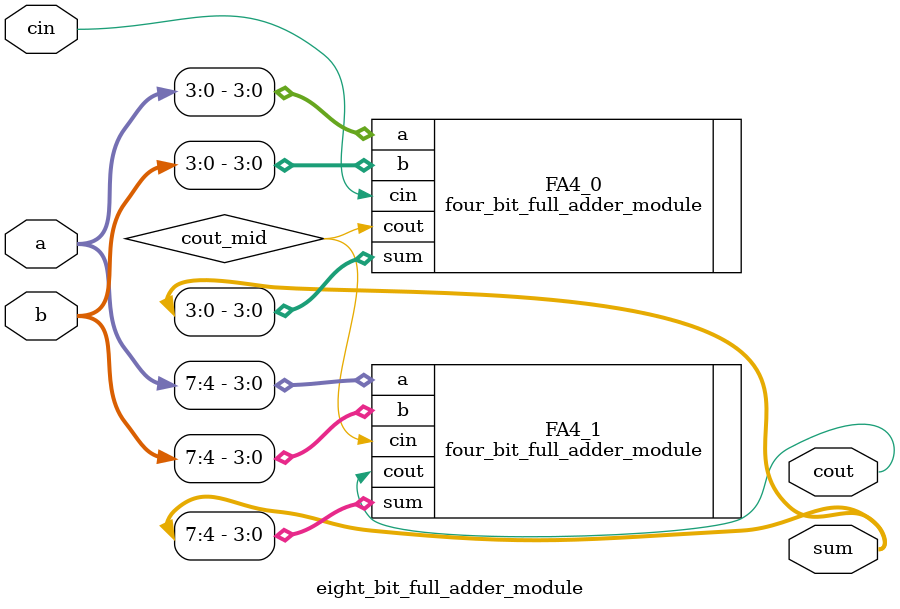
<source format=v>

module eight_bit_full_adder_module (a, b, cin, sum, cout);
	input [7:0] a, b;
	input cin;
	output [7:0] sum;
	output cout;

	wire cout_mid;

	//Fill this out	
    four_bit_full_adder_module FA4_0 (.a(a[3:0]), .b(b[3:0]), .cin(cin), .sum(sum[3:0]), .cout(cout_mid));
    four_bit_full_adder_module FA4_1 (.a(a[7:4]), .b(b[7:4]), .cin(cout_mid), .sum(sum[7:4]), .cout(cout));
endmodule

</source>
